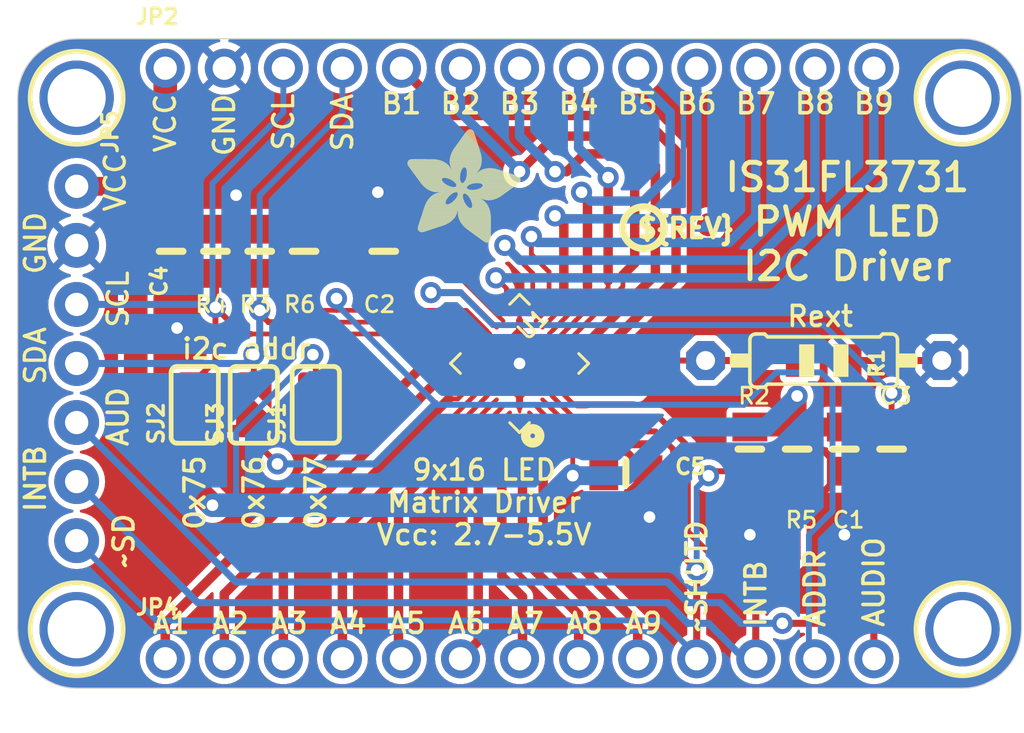
<source format=kicad_pcb>
(kicad_pcb (version 20221018) (generator pcbnew)
  (layers (0 "F.Cu" signal) (31 "B.Cu" signal) (34 "B.Paste" user) (35 "F.Paste" user) (36 "B.SilkS" user "B.Silkscreen") (37 "F.SilkS" user "F.Silkscreen") (38 "B.Mask" user) (39 "F.Mask" user) (44 "Edge.Cuts" user))
  (net 0 "")
  (net 1 "VCC")
  (net 2 "GND")
  (net 3 "N$1")
  (net 4 "N$2")
  (net 5 "N$3")
  (net 6 "AUDIOIN")
  (net 7 "SHUTDOWN")
  (net 8 "SDA")
  (net 9 "SCL")
  (net 10 "INTB")
  (net 11 "ADDR")
  (net 12 "CA9")
  (net 13 "CA8")
  (net 14 "CA7")
  (net 15 "CA6")
  (net 16 "CA5")
  (net 17 "CA4")
  (net 18 "CA3")
  (net 19 "CA2")
  (net 20 "CA1")
  (net 21 "CB9")
  (net 22 "CB8")
  (net 23 "CB7")
  (net 24 "CB6")
  (net 25 "CB5")
  (net 26 "CB4")
  (net 27 "CB3")
  (net 28 "CB2")
  (net 29 "CB1")
  (footprint "working:0805-NO" (layer "F.Cu") (at 142.6591 100.1776 90)
    (fp_text reference "C2")
    (fp_text value "0.1uF")
  )
  (footprint "working:MOUNTINGHOLE_2.5_PLATED" (layer "F.Cu") (at 167.5511 93.5736 180)
    (fp_text reference "U$6" hide)
    (fp_text value "MOUNTINGHOLE2.5" hide)
  )
  (footprint "working:ADAFRUIT_5MM" (layer "F.Cu") (at 143.6751 99.7966)
    (fp_text reference "U$10" hide)
    (fp_text value "" hide)
  )
  (footprint "working:0805-NO" (layer "F.Cu") (at 160.4391 108.6866 90)
    (fp_text reference "R5")
    (fp_text value "20K")
  )
  (footprint "working:0805-NO" (layer "F.Cu") (at 135.4201 100.1776 90)
    (fp_text reference "R4")
    (fp_text value "20K")
  )
  (footprint "working:0805-NO" (layer "F.Cu") (at 137.3251 100.1776 90)
    (fp_text reference "R3")
    (fp_text value "20K")
  )
  (footprint "working:0805-NO" (layer "F.Cu") (at 153.0731 109.7026)
    (fp_text reference "C5")
    (fp_text value "0.1uF")
  )
  (footprint "working:MOUNTINGHOLE_2.5_PLATED" (layer "F.Cu") (at 129.4511 116.4336 180)
    (fp_text reference "U$3" hide)
    (fp_text value "MOUNTINGHOLE2.5" hide)
  )
  (footprint "working:SOLDERJUMPER_ARROW_NOPASTE" (layer "F.Cu") (at 139.7381 106.7816 90)
    (fp_text reference "SJ1")
    (fp_text value "")
  )
  (footprint "working:0805-THM" (layer "F.Cu") (at 161.5821 104.8766 180)
    (fp_text reference "R1")
    (fp_text value "20K")
  )
  (footprint "working:PCBFEAT-REV-040" (layer "F.Cu") (at 153.8351 99.1616)
    (fp_text reference "U$11" hide)
    (fp_text value "" hide)
  )
  (footprint "working:FIDUCIAL_1MM" (layer "F.Cu") (at 141.8971 105.6386 180)
    (fp_text reference "FID2" hide)
    (fp_text value "FIDUCIAL\"\"" hide)
  )
  (footprint "working:0805-NO" (layer "F.Cu") (at 133.5151 100.1776 -90)
    (fp_text reference "C4")
    (fp_text value "10uF")
  )
  (footprint "working:1X13_ROUND_70" (layer "F.Cu") (at 148.5011 92.3036)
    (fp_text reference "JP2")
    (fp_text value "")
  )
  (footprint "working:0805-NO" (layer "F.Cu") (at 158.4071 108.6866 -90)
    (fp_text reference "R2")
    (fp_text value "20K")
  )
  (footprint "working:SOLDERJUMPER_ARROW_NOPASTE" (layer "F.Cu") (at 134.5311 106.7816 90)
    (fp_text reference "SJ2")
    (fp_text value "")
  )
  (footprint "working:SOLDERJUMPER_ARROW_NOPASTE" (layer "F.Cu") (at 137.0711 106.7816 90)
    (fp_text reference "SJ3")
    (fp_text value "")
  )
  (footprint "working:MOUNTINGHOLE_2.5_PLATED" (layer "F.Cu") (at 167.5511 116.4336 180)
    (fp_text reference "U$4" hide)
    (fp_text value "MOUNTINGHOLE2.5" hide)
  )
  (footprint "working:0805-NO" (layer "F.Cu") (at 139.2301 100.1776 -90)
    (fp_text reference "R6")
    (fp_text value "20K")
  )
  (footprint "working:0805-NO" (layer "F.Cu") (at 162.4711 108.6866 -90)
    (fp_text reference "C1")
    (fp_text value "10uF")
  )
  (footprint "working:FIDUCIAL_1MM" (layer "F.Cu") (at 156.6291 99.0346 180)
    (fp_text reference "FID1" hide)
    (fp_text value "FIDUCIAL\"\"" hide)
  )
  (footprint "working:0805-NO" (layer "F.Cu") (at 164.5031 108.6866 -90)
    (fp_text reference "C3")
    (fp_text value "0.22uF")
  )
  (footprint "working:QFN28_4MM_0.4MM" (layer "F.Cu") (at 148.5011 105.0036 135)
    (fp_text reference "U1")
    (fp_text value "IS31FL3731-SALS2")
  )
  (footprint "working:1X07_ROUND_76" (layer "F.Cu") (at 129.4511 105.0036 -90)
    (fp_text reference "JP5")
    (fp_text value "")
  )
  (footprint "working:MOUNTINGHOLE_2.5_PLATED" (layer "F.Cu") (at 129.4511 93.5736 180)
    (fp_text reference "U$5" hide)
    (fp_text value "MOUNTINGHOLE2.5" hide)
  )
  (footprint "working:1X13_ROUND_70" (layer "F.Cu") (at 148.5011 117.7036)
    (fp_text reference "JP4")
    (fp_text value "")
  )
  (gr_arc (start 126.9111 93.5736) (mid 127.655049 91.777549) (end 129.4511 91.0336) (stroke (width 0.05)) (layer "Edge.Cuts"))
  (gr_arc (start 167.5511 91.0336) (mid 169.347151 91.777549) (end 170.0911 93.5736) (stroke (width 0.05)) (layer "Edge.Cuts"))
  (gr_line (start 126.9111 116.4336) (end 126.9111 93.5736) (stroke (width 0.05)) (layer "Edge.Cuts"))
  (gr_arc (start 170.0911 116.4336) (mid 169.347151 118.229651) (end 167.5511 118.9736) (stroke (width 0.05)) (layer "Edge.Cuts"))
  (gr_line (start 129.4511 91.0336) (end 167.5511 91.0336) (stroke (width 0.05)) (layer "Edge.Cuts"))
  (gr_line (start 170.0911 93.5736) (end 170.0911 116.4336) (stroke (width 0.05)) (layer "Edge.Cuts"))
  (gr_arc (start 129.4511 118.9736) (mid 127.655049 118.229651) (end 126.9111 116.4336) (stroke (width 0.05)) (layer "Edge.Cuts"))
  (gr_line (start 167.5511 118.9736) (end 129.4511 118.9736) (stroke (width 0.05)) (layer "Edge.Cuts"))
  (gr_text "A4" (at 141.1351 116.1796) (layer "F.SilkS") (effects (font (size 0.8636 0.8636) (thickness 0.1524))))
  (gr_text "B6" (at 156.1211 93.8276) (layer "F.SilkS") (effects (font (size 0.8636 0.8636) (thickness 0.1524))))
  (gr_text "AUD" (at 131.2291 107.2896 90) (layer "F.SilkS") (effects (font (size 0.8636 0.8636) (thickness 0.1524))))
  (gr_text "SDA" (at 127.1651 103.3526 90) (layer "F.SilkS") (effects (font (size 0.87376 0.87376) (thickness 0.14224)) (justify right top)))
  (gr_text "0x75" (at 135.0391 112.2426 90) (layer "F.SilkS") (effects (font (size 0.8636 0.8636) (thickness 0.1524)) (justify left bottom)))
  (gr_text "~SD" (at 131.4831 112.6236 90) (layer "F.SilkS") (effects (font (size 0.8636 0.8636) (thickness 0.1524))))
  (gr_text "INTB" (at 158.6611 114.9096 90) (layer "F.SilkS") (effects (font (size 0.8636 0.8636) (thickness 0.1524))))
  (gr_text "SCL" (at 130.7211 100.9396 90) (layer "F.SilkS") (effects (font (size 0.87376 0.87376) (thickness 0.14224)) (justify right top)))
  (gr_text "GND" (at 135.2931 93.3196 90) (layer "F.SilkS") (effects (font (size 0.87376 0.87376) (thickness 0.14224)) (justify right top)))
  (gr_text "VCC" (at 132.7531 93.3196 90) (layer "F.SilkS") (effects (font (size 0.87376 0.87376) (thickness 0.14224)) (justify right top)))
  (gr_text "SCL" (at 137.8331 93.3196 90) (layer "F.SilkS") (effects (font (size 0.87376 0.87376) (thickness 0.14224)) (justify right top)))
  (gr_text "B4" (at 151.0411 93.8276) (layer "F.SilkS") (effects (font (size 0.8636 0.8636) (thickness 0.1524))))
  (gr_text "i2c addr" (at 133.8961 104.8766) (layer "F.SilkS") (effects (font (size 0.8636 0.8636) (thickness 0.1524)) (justify left bottom)))
  (gr_text "A7" (at 148.7551 116.1796) (layer "F.SilkS") (effects (font (size 0.8636 0.8636) (thickness 0.1524))))
  (gr_text "~SHUTD" (at 156.1211 114.1476 90) (layer "F.SilkS") (effects (font (size 0.8636 0.8636) (thickness 0.1524))))
  (gr_text "B2" (at 145.9611 93.8276) (layer "F.SilkS") (effects (font (size 0.8636 0.8636) (thickness 0.1524))))
  (gr_text "IS31FL3731\nPWM LED\nI2C Driver" (at 162.5981 98.9076) (layer "F.SilkS") (effects (font (size 1.18745 1.18745) (thickness 0.20955))))
  (gr_text "AUDIO" (at 163.7411 114.4016 90) (layer "F.SilkS") (effects (font (size 0.8636 0.8636) (thickness 0.1524))))
  (gr_text "B3" (at 148.5011 93.8276) (layer "F.SilkS") (effects (font (size 0.8636 0.8636) (thickness 0.1524))))
  (gr_text "9x16 LED\nMatrix Driver\nVcc: 2.7-5.5V" (at 146.9771 110.9726) (layer "F.SilkS") (effects (font (size 0.8636 0.8636) (thickness 0.1524))))
  (gr_text "GND" (at 127.1651 98.3996 90) (layer "F.SilkS") (effects (font (size 0.87376 0.87376) (thickness 0.14224)) (justify right top)))
  (gr_text "A9" (at 153.8351 116.1796) (layer "F.SilkS") (effects (font (size 0.8636 0.8636) (thickness 0.1524))))
  (gr_text "A1" (at 133.5151 116.1796) (layer "F.SilkS") (effects (font (size 0.8636 0.8636) (thickness 0.1524))))
  (gr_text "B1" (at 143.4211 93.8276) (layer "F.SilkS") (effects (font (size 0.8636 0.8636) (thickness 0.1524))))
  (gr_text "B5" (at 153.5811 93.8276) (layer "F.SilkS") (effects (font (size 0.8636 0.8636) (thickness 0.1524))))
  (gr_text "Rext" (at 159.9311 103.4796) (layer "F.SilkS") (effects (font (size 0.8636 0.8636) (thickness 0.1524)) (justify left bottom)))
  (gr_text "A5" (at 143.6751 116.1796) (layer "F.SilkS") (effects (font (size 0.8636 0.8636) (thickness 0.1524))))
  (gr_text "INTB" (at 127.6731 109.9566 90) (layer "F.SilkS") (effects (font (size 0.8636 0.8636) (thickness 0.1524))))
  (gr_text "A3" (at 138.5951 116.1796) (layer "F.SilkS") (effects (font (size 0.8636 0.8636) (thickness 0.1524))))
  (gr_text "A6" (at 146.2151 116.1796) (layer "F.SilkS") (effects (font (size 0.8636 0.8636) (thickness 0.1524))))
  (gr_text "ADDR" (at 161.2011 114.6556 90) (layer "F.SilkS") (effects (font (size 0.8636 0.8636) (thickness 0.1524))))
  (gr_text "0x76" (at 137.5791 112.2426 90) (layer "F.SilkS") (effects (font (size 0.8636 0.8636) (thickness 0.1524)) (justify left bottom)))
  (gr_text "VCC" (at 130.5941 95.8596 90) (layer "F.SilkS") (effects (font (size 0.87376 0.87376) (thickness 0.14224)) (justify right top)))
  (gr_text "B7" (at 158.6611 93.8276) (layer "F.SilkS") (effects (font (size 0.8636 0.8636) (thickness 0.1524))))
  (gr_text "SDA" (at 140.3731 93.3196 90) (layer "F.SilkS") (effects (font (size 0.87376 0.87376) (thickness 0.14224)) (justify right top)))
  (gr_text "A2" (at 136.0551 116.1796) (layer "F.SilkS") (effects (font (size 0.8636 0.8636) (thickness 0.1524))))
  (gr_text "0x77" (at 140.2461 112.2426 90) (layer "F.SilkS") (effects (font (size 0.8636 0.8636) (thickness 0.1524)) (justify left bottom)))
  (gr_text "B8" (at 161.2011 93.8276) (layer "F.SilkS") (effects (font (size 0.8636 0.8636) (thickness 0.1524))))
  (gr_text "B9" (at 163.7411 93.8276) (layer "F.SilkS") (effects (font (size 0.8636 0.8636) (thickness 0.1524))))
  (gr_text "A8" (at 151.2951 116.1796) (layer "F.SilkS") (effects (font (size 0.8636 0.8636) (thickness 0.1524))))
  (segment (start 151.9961 109.8296) (end 150.7871 109.8296) (width 0.4064) (layer "F.Cu") (net 1))
  (segment (start 131.9911 97.5106) (end 131.9911 97.3836) (width 1.016) (layer "F.Cu") (net 1))
  (segment (start 131.9911 107.7976) (end 131.9911 105.5116) (width 1.016) (layer "F.Cu") (net 1))
  (segment (start 132.2451 105.7656) (end 131.9911 105.5116) (width 0.3048) (layer "F.Cu") (net 1))
  (segment (start 133.5151 99.2276) (end 131.9911 99.2276) (width 1.016) (layer "F.Cu") (net 1))
  (segment (start 135.4201 99.2276) (end 137.3251 99.2276) (width 0.4064) (layer "F.Cu") (net 1))
  (segment (start 149.349628 106.9835) (end 150.7871 108.420972) (width 0.2032) (layer "F.Cu") (net 1))
  (segment (start 160.4391 106.4006) (end 160.4391 107.7366) (width 0.8128) (layer "F.Cu") (net 1))
  (segment (start 129.4511 97.3836) (end 131.8641 97.3836) (width 0.8128) (layer "F.Cu") (net 1))
  (segment (start 160.4391 107.7366) (end 158.4071 107.7366) (width 0.8128) (layer "F.Cu") (net 1))
  (segment (start 131.8641 97.3836) (end 131.9911 97.5106) (width 0.8128) (layer "F.Cu") (net 1))
  (segment (start 152.1231 109.7026) (end 151.9961 109.8296) (width 0.254) (layer "F.Cu") (net 1))
  (segment (start 133.2611 96.1136) (end 133.2611 92.3036) (width 1.016) (layer "F.Cu") (net 1))
  (segment (start 131.9911 99.2276) (end 131.9911 97.5106) (width 1.016) (layer "F.Cu") (net 1))
  (segment (start 150.7871 108.420972) (end 150.7871 109.8296) (width 0.2032) (layer "F.Cu") (net 1))
  (segment (start 162.4711 107.7366) (end 160.4391 107.7366) (width 0.8128) (layer "F.Cu") (net 1))
  (segment (start 132.2476 97.1931) (end 132.1816 97.1931) (width 0.8128) (layer "F.Cu") (net 1))
  (segment (start 135.4201 99.2276) (end 133.5151 99.2276) (width 1.016) (layer "F.Cu") (net 1))
  (segment (start 131.9911 97.3836) (end 132.1816 97.1931) (width 1.016) (layer "F.Cu") (net 1))
  (segment (start 139.7381 104.7496) (end 139.6111 104.6226) (width 0.254) (layer "F.Cu") (net 1))
  (segment (start 131.9911 105.5116) (end 131.9911 99.2276) (width 1.016) (layer "F.Cu") (net 1))
  (segment (start 139.7381 105.7656) (end 139.7381 104.7496) (width 0.254) (layer "F.Cu") (net 1))
  (segment (start 131.9911 107.7976) (end 135.2931 111.0996) (width 1.016) (layer "F.Cu") (net 1))
  (segment (start 132.1816 97.1931) (end 133.2611 96.1136) (width 1.016) (layer "F.Cu") (net 1))
  (via (at 150.7871 109.8296) (size 0.9064) (drill 0.5) (layers "F.Cu" "B.Cu") (net 1))
  (via (at 160.4391 106.4006) (size 0.9064) (drill 0.5) (layers "F.Cu" "B.Cu") (net 1))
  (via (at 139.6111 104.6226) (size 0.9064) (drill 0.5) (layers "F.Cu" "B.Cu") (net 1))
  (via (at 135.2931 111.0996) (size 0.9064) (drill 0.5) (layers "F.Cu" "B.Cu") (net 1))
  (segment (start 149.5171 111.0996) (end 150.7871 109.8296) (width 1.016) (layer "B.Cu") (net 1))
  (segment (start 155.1661 107.7366) (end 159.1031 107.7366) (width 0.8128) (layer "B.Cu") (net 1))
  (segment (start 136.3091 107.9246) (end 136.3091 111.0996) (width 0.254) (layer "B.Cu") (net 1))
  (segment (start 135.2931 111.0996) (end 136.3091 111.0996) (width 1.016) (layer "B.Cu") (net 1))
  (segment (start 150.7871 109.8296) (end 153.0731 109.8296) (width 0.8128) (layer "B.Cu") (net 1))
  (segment (start 159.1031 107.7366) (end 160.4391 106.4006) (width 0.8128) (layer "B.Cu") (net 1))
  (segment (start 136.3091 111.0996) (end 149.5171 111.0996) (width 1.016) (layer "B.Cu") (net 1))
  (segment (start 153.0731 109.8296) (end 155.1661 107.7366) (width 0.8128) (layer "B.Cu") (net 1))
  (segment (start 139.6111 104.6226) (end 136.3091 107.9246) (width 0.254) (layer "B.Cu") (net 1))
  (segment (start 150.844784 106.7816) (end 151.0411 106.7816) (width 0.2032) (layer "F.Cu") (net 2))
  (segment (start 149.066784 105.0036) (end 148.5011 105.0036) (width 0.2032) (layer "F.Cu") (net 2))
  (segment (start 150.198156 106.134972) (end 149.066784 105.0036) (width 0.2032) (layer "F.Cu") (net 2))
  (segment (start 150.198156 106.134972) (end 150.844784 106.7816) (width 0.2032) (layer "F.Cu") (net 2))
  (via (at 162.4711 112.3696) (size 0.9064) (drill 0.5) (layers "F.Cu" "B.Cu") (net 2))
  (via (at 142.4051 97.6376) (size 0.9064) (drill 0.5) (layers "F.Cu" "B.Cu") (net 2))
  (via (at 154.0891 111.6076) (size 0.9064) (drill 0.5) (layers "F.Cu" "B.Cu") (net 2))
  (via (at 148.5011 105.0036) (size 0.9064) (drill 0.5) (layers "F.Cu" "B.Cu") (net 2))
  (via (at 136.3091 97.7646) (size 0.9064) (drill 0.5) (layers "F.Cu" "B.Cu") (net 2))
  (via (at 158.4071 112.3696) (size 0.9064) (drill 0.5) (layers "F.Cu" "B.Cu") (net 2))
  (via (at 133.7691 103.4796) (size 0.9064) (drill 0.5) (layers "F.Cu" "B.Cu") (net 2))
  (segment (start 145.756465 101.1276) (end 142.6591 101.1276) (width 0.2032) (layer "F.Cu") (net 3))
  (segment (start 147.652568 103.023704) (end 145.756465 101.1276) (width 0.2032) (layer "F.Cu") (net 3))
  (segment (start 150.480996 105.852132) (end 150.902465 106.2736) (width 0.2032) (layer "F.Cu") (net 4))
  (segment (start 153.5811 106.2736) (end 150.902465 106.2736) (width 0.2032) (layer "F.Cu") (net 4))
  (segment (start 154.9781 104.8766) (end 153.5811 106.2736) (width 0.254) (layer "F.Cu") (net 4))
  (segment (start 154.9781 104.8766) (end 156.5021 104.8766) (width 0.254) (layer "F.Cu") (net 4))
  (segment (start 144.6911 101.9556) (end 146.018784 101.9556) (width 0.2032) (layer "F.Cu") (net 5))
  (segment (start 146.018784 101.9556) (end 147.369728 103.306544) (width 0.2032) (layer "F.Cu") (net 5))
  (segment (start 164.5031 106.2736) (end 164.5031 107.7366) (width 0.254) (layer "F.Cu") (net 5))
  (via (at 164.5031 106.2736) (size 0.9064) (drill 0.5) (layers "F.Cu" "B.Cu") (net 5))
  (via (at 144.6911 101.9556) (size 0.9064) (drill 0.5) (layers "F.Cu" "B.Cu") (net 5))
  (segment (start 145.9611 101.9556) (end 144.6911 101.9556) (width 0.3048) (layer "B.Cu") (net 5))
  (segment (start 145.9611 101.9556) (end 147.3581 103.3526) (width 0.254) (layer "B.Cu") (net 5))
  (segment (start 147.3581 103.3526) (end 161.5821 103.3526) (width 0.254) (layer "B.Cu") (net 5))
  (segment (start 161.5821 103.3526) (end 164.5031 106.2736) (width 0.254) (layer "B.Cu") (net 5))
  (segment (start 159.8041 116.1796) (end 163.7411 116.1796) (width 0.3048) (layer "F.Cu") (net 6))
  (segment (start 164.5031 115.4176) (end 164.5031 109.6366) (width 0.3048) (layer "F.Cu") (net 6))
  (segment (start 163.7411 116.1796) (end 163.7411 117.7036) (width 0.3048) (layer "F.Cu") (net 6))
  (segment (start 163.7411 116.1796) (end 164.5031 115.4176) (width 0.3048) (layer "F.Cu") (net 6))
  (via (at 159.8041 116.1796) (size 0.9064) (drill 0.5) (layers "F.Cu" "B.Cu") (net 6))
  (segment (start 136.3091 114.4016) (end 154.8511 114.4016) (width 0.3048) (layer "B.Cu") (net 6))
  (segment (start 157.1371 115.2906) (end 158.0261 116.1796) (width 0.3048) (layer "B.Cu") (net 6))
  (segment (start 155.7401 115.2906) (end 157.1371 115.2906) (width 0.3048) (layer "B.Cu") (net 6))
  (segment (start 158.0261 116.1796) (end 159.8041 116.1796) (width 0.3048) (layer "B.Cu") (net 6))
  (segment (start 129.4511 107.5436) (end 136.3091 114.4016) (width 0.3048) (layer "B.Cu") (net 6))
  (segment (start 154.8511 114.4016) (end 155.7401 115.2906) (width 0.3048) (layer "B.Cu") (net 6))
  (segment (start 158.4071 109.6366) (end 156.8221 109.6366) (width 0.254) (layer "F.Cu") (net 7))
  (segment (start 149.632468 106.70066) (end 150.856409 107.9246) (width 0.2032) (layer "F.Cu") (net 7))
  (segment (start 154.3431 107.9246) (end 155.1051 108.6866) (width 0.254) (layer "F.Cu") (net 7))
  (segment (start 156.1211 117.7036) (end 156.1211 113.8936) (width 0.3048) (layer "F.Cu") (net 7))
  (segment (start 156.8221 109.6366) (end 156.6291 109.8296) (width 0.254) (layer "F.Cu") (net 7))
  (segment (start 151.6761 107.9246) (end 154.3431 107.9246) (width 0.254) (layer "F.Cu") (net 7))
  (segment (start 150.856409 107.9246) (end 151.6761 107.9246) (width 0.2032) (layer "F.Cu") (net 7))
  (segment (start 155.1051 112.8776) (end 156.1211 113.8936) (width 0.254) (layer "F.Cu") (net 7))
  (segment (start 155.1051 108.6866) (end 155.1051 112.8776) (width 0.254) (layer "F.Cu") (net 7))
  (via (at 156.1211 113.8936) (size 0.9064) (drill 0.5) (layers "F.Cu" "B.Cu") (net 7))
  (via (at 156.6291 109.8296) (size 0.9064) (drill 0.5) (layers "F.Cu" "B.Cu") (net 7))
  (segment (start 156.1211 117.5766) (end 156.1211 117.7036) (width 0.254) (layer "B.Cu") (net 7))
  (segment (start 154.5971 116.0526) (end 156.1211 117.5766) (width 0.254) (layer "B.Cu") (net 7))
  (segment (start 132.8801 116.0526) (end 154.5971 116.0526) (width 0.254) (layer "B.Cu") (net 7))
  (segment (start 156.1211 110.3376) (end 156.1211 113.8936) (width 0.254) (layer "B.Cu") (net 7))
  (segment (start 129.4511 112.6236) (end 132.8801 116.0526) (width 0.254) (layer "B.Cu") (net 7))
  (segment (start 156.6291 109.8296) (end 156.1211 110.3376) (width 0.254) (layer "B.Cu") (net 7))
  (segment (start 137.3251 101.1276) (end 137.3251 102.7176) (width 0.254) (layer "F.Cu") (net 8))
  (segment (start 137.3251 102.8446) (end 137.3251 102.7176) (width 0.254) (layer "F.Cu") (net 8))
  (segment (start 137.7061 103.2256) (end 137.3251 102.8446) (width 0.254) (layer "F.Cu") (net 8))
  (segment (start 137.0711 105.7656) (end 137.0711 104.6226) (width 0.254) (layer "F.Cu") (net 8))
  (segment (start 138.3411 103.2256) (end 137.7061 103.2256) (width 0.254) (layer "F.Cu") (net 8))
  (segment (start 146.80404 103.872232) (end 146.157409 103.2256) (width 0.2032) (layer "F.Cu") (net 8))
  (segment (start 146.157409 103.2256) (end 138.3411 103.2256) (width 0.2032) (layer "F.Cu") (net 8))
  (via (at 137.0711 104.6226) (size 0.9064) (drill 0.5) (layers "F.Cu" "B.Cu") (net 8))
  (via (at 137.3251 102.7176) (size 0.9064) (drill 0.5) (layers "F.Cu" "B.Cu") (net 8))
  (segment (start 129.4511 105.0036) (end 136.6901 105.0036) (width 0.3048) (layer "B.Cu") (net 8))
  (segment (start 137.3251 97.7646) (end 137.3251 102.7176) (width 0.254) (layer "B.Cu") (net 8))
  (segment (start 140.8811 94.2086) (end 137.3251 97.7646) (width 0.254) (layer "B.Cu") (net 8))
  (segment (start 137.3251 104.3686) (end 137.3251 102.7176) (width 0.3048) (layer "B.Cu") (net 8))
  (segment (start 136.6901 105.0036) (end 137.0711 104.6226) (width 0.3048) (layer "B.Cu") (net 8))
  (segment (start 137.0711 104.6226) (end 137.3251 104.3686) (width 0.3048) (layer "B.Cu") (net 8))
  (segment (start 140.8811 92.3036) (end 140.8811 94.2086) (width 0.254) (layer "B.Cu") (net 8))
  (segment (start 135.4201 104.8766) (end 135.4201 102.5906) (width 0.254) (layer "F.Cu") (net 9))
  (segment (start 136.9441 103.7336) (end 136.8171 103.7336) (width 0.254) (layer "F.Cu") (net 9))
  (segment (start 136.8171 103.7336) (end 136.5631 103.7336) (width 0.254) (layer "F.Cu") (net 9))
  (segment (start 146.5212 104.155072) (end 146.099728 103.7336) (width 0.2032) (layer "F.Cu") (net 9))
  (segment (start 134.5311 105.7656) (end 135.4201 104.8766) (width 0.254) (layer "F.Cu") (net 9))
  (segment (start 146.099728 103.7336) (end 136.8171 103.7336) (width 0.2032) (layer "F.Cu") (net 9))
  (segment (start 135.4201 102.5906) (end 135.4201 101.1276) (width 0.3048) (layer "F.Cu") (net 9))
  (segment (start 136.5631 103.7336) (end 135.4201 102.5906) (width 0.254) (layer "F.Cu") (net 9))
  (via (at 135.4201 102.5906) (size 0.9064) (drill 0.5) (layers "F.Cu" "B.Cu") (net 9))
  (segment (start 129.4511 102.4636) (end 134.9121 102.4636) (width 0.3048) (layer "B.Cu") (net 9))
  (segment (start 138.3411 92.3036) (end 138.3411 94.2086) (width 0.254) (layer "B.Cu") (net 9))
  (segment (start 135.2931 97.2566) (end 135.2931 102.4636) (width 0.254) (layer "B.Cu") (net 9))
  (segment (start 135.2931 102.4636) (end 135.4201 102.5906) (width 0.254) (layer "B.Cu") (net 9))
  (segment (start 134.9121 102.4636) (end 135.2931 102.4636) (width 0.254) (layer "B.Cu") (net 9))
  (segment (start 138.3411 94.2086) (end 135.2931 97.2566) (width 0.254) (layer "B.Cu") (net 9))
  (segment (start 149.915312 106.417816) (end 150.787096 107.2896) (width 0.2032) (layer "F.Cu") (net 10))
  (segment (start 160.4391 113.385604) (end 158.6611 115.163604) (width 0.3048) (layer "F.Cu") (net 10))
  (segment (start 151.5491 107.2896) (end 154.4701 107.2896) (width 0.254) (layer "F.Cu") (net 10))
  (segment (start 155.7401 112.242604) (end 158.6611 115.163604) (width 0.254) (layer "F.Cu") (net 10))
  (segment (start 158.6611 115.163604) (end 158.6611 117.7036) (width 0.3048) (layer "F.Cu") (net 10))
  (segment (start 155.7401 108.5596) (end 155.7401 112.242604) (width 0.254) (layer "F.Cu") (net 10))
  (segment (start 154.4701 107.2896) (end 155.7401 108.5596) (width 0.254) (layer "F.Cu") (net 10))
  (segment (start 160.4391 109.6366) (end 160.4391 113.385604) (width 0.3048) (layer "F.Cu") (net 10))
  (segment (start 150.787096 107.2896) (end 151.5491 107.2896) (width 0.2032) (layer "F.Cu") (net 10))
  (segment (start 158.1531 117.7036) (end 158.6611 117.7036) (width 0.3048) (layer "B.Cu") (net 10))
  (segment (start 155.7401 116.1796) (end 156.6291 116.1796) (width 0.3048) (layer "B.Cu") (net 10))
  (segment (start 156.6291 116.1796) (end 158.1531 117.7036) (width 0.3048) (layer "B.Cu") (net 10))
  (segment (start 134.6581 115.2906) (end 154.8511 115.2906) (width 0.3048) (layer "B.Cu") (net 10))
  (segment (start 158.0261 117.7036) (end 158.1531 117.7036) (width 0.3048) (layer "B.Cu") (net 10))
  (segment (start 154.8511 115.2906) (end 155.7401 116.1796) (width 0.3048) (layer "B.Cu") (net 10))
  (segment (start 129.4511 110.0836) (end 134.6581 115.2906) (width 0.3048) (layer "B.Cu") (net 10))
  (segment (start 146.215096 102.7176) (end 140.6271 102.7176) (width 0.2032) (layer "F.Cu") (net 11))
  (segment (start 139.7381 107.7976) (end 137.0711 107.7976) (width 0.3048) (layer "F.Cu") (net 11))
  (segment (start 139.2301 101.9556) (end 139.2301 101.1276) (width 0.2032) (layer "F.Cu") (net 11))
  (segment (start 137.0711 107.7976) (end 137.0711 108.3056) (width 0.254) (layer "F.Cu") (net 11))
  (segment (start 139.9921 102.7176) (end 139.2301 101.9556) (width 0.2032) (layer "F.Cu") (net 11))
  (segment (start 137.0711 108.3056) (end 138.0871 109.3216) (width 0.254) (layer "F.Cu") (net 11))
  (segment (start 147.086884 103.589388) (end 146.215096 102.7176) (width 0.2032) (layer "F.Cu") (net 11))
  (segment (start 140.6271 102.7176) (end 140.6271 102.2096) (width 0.2032) (layer "F.Cu") (net 11))
  (segment (start 134.5311 107.7976) (end 137.0711 107.7976) (width 0.3048) (layer "F.Cu") (net 11))
  (segment (start 140.6271 102.7176) (end 139.9921 102.7176) (width 0.2032) (layer "F.Cu") (net 11))
  (via (at 140.6271 102.2096) (size 0.9064) (drill 0.5) (layers "F.Cu" "B.Cu") (net 11))
  (via (at 138.0871 109.3216) (size 0.9064) (drill 0.5) (layers "F.Cu" "B.Cu") (net 11))
  (segment (start 161.4551 105.3846) (end 161.9631 105.8926) (width 0.254) (layer "B.Cu") (net 11))
  (segment (start 140.6271 102.2096) (end 140.6271 102.4636) (width 0.254) (layer "B.Cu") (net 11))
  (segment (start 160.9471 117.4496) (end 161.2011 117.7036) (width 0.254) (layer "B.Cu") (net 11))
  (segment (start 161.9631 105.8926) (end 161.9631 111.3536) (width 0.254) (layer "B.Cu") (net 11))
  (segment (start 144.8816 106.7181) (end 144.9451 106.7816) (width 0.254) (layer "B.Cu") (net 11))
  (segment (start 158.1531 106.7816) (end 159.5501 105.3846) (width 0.254) (layer "B.Cu") (net 11))
  (segment (start 138.0871 109.3216) (end 142.2781 109.3216) (width 0.3048) (layer "B.Cu") (net 11))
  (segment (start 144.9451 106.7816) (end 158.1531 106.7816) (width 0.254) (layer "B.Cu") (net 11))
  (segment (start 140.6271 102.4636) (end 144.8816 106.7181) (width 0.254) (layer "B.Cu") (net 11))
  (segment (start 160.9471 112.3696) (end 160.9471 117.4496) (width 0.254) (layer "B.Cu") (net 11))
  (segment (start 142.2781 109.3216) (end 144.8816 106.7181) (width 0.3048) (layer "B.Cu") (net 11))
  (segment (start 159.5501 105.3846) (end 161.4551 105.3846) (width 0.254) (layer "B.Cu") (net 11))
  (segment (start 161.9631 111.3536) (end 160.9471 112.3696) (width 0.254) (layer "B.Cu") (net 11))
  (segment (start 149.5171 108.4326) (end 149.5171 112.1156) (width 0.4064) (layer "F.Cu") (net 12))
  (segment (start 149.5171 112.1156) (end 153.5811 116.1796) (width 0.4064) (layer "F.Cu") (net 12))
  (segment (start 153.5811 116.1796) (end 153.5811 117.7036) (width 0.4064) (layer "F.Cu") (net 12))
  (segment (start 149.5171 107.71666) (end 149.5171 108.4326) (width 0.2032) (layer "F.Cu") (net 12))
  (segment (start 149.066784 107.266344) (end 149.5171 107.71666) (width 0.2032) (layer "F.Cu") (net 12))
  (segment (start 148.6281 107.7976) (end 148.6281 108.4326) (width 0.2032) (layer "F.Cu") (net 13))
  (segment (start 151.0411 115.7986) (end 151.0411 117.7036) (width 0.4064) (layer "F.Cu") (net 13))
  (segment (start 148.6281 113.3856) (end 151.0411 115.7986) (width 0.4064) (layer "F.Cu") (net 13))
  (segment (start 148.6281 108.4326) (end 148.6281 113.3856) (width 0.4064) (layer "F.Cu") (net 13))
  (segment (start 147.935412 107.266344) (end 148.096843 107.266344) (width 0.2032) (layer "F.Cu") (net 13))
  (segment (start 148.096843 107.266344) (end 148.6281 107.7976) (width 0.2032) (layer "F.Cu") (net 13))
  (segment (start 148.6281 115.0366) (end 148.6281 117.5766) (width 0.4064) (layer "F.Cu") (net 14))
  (segment (start 147.652568 106.9835) (end 147.1041 107.531969) (width 0.2032) (layer "F.Cu") (net 14))
  (segment (start 147.7391 108.5596) (end 147.7391 114.1476) (width 0.4064) (layer "F.Cu") (net 14))
  (segment (start 147.1041 107.531969) (end 147.1041 107.7976) (width 0.2032) (layer "F.Cu") (net 14))
  (segment (start 147.7391 108.4326) (end 147.7391 108.5596) (width 0.2032) (layer "F.Cu") (net 14))
  (segment (start 147.7391 114.1476) (end 148.6281 115.0366) (width 0.4064) (layer "F.Cu") (net 14))
  (segment (start 147.1041 107.7976) (end 147.7391 108.4326) (width 0.2032) (layer "F.Cu") (net 14))
  (segment (start 148.6281 117.5766) (end 148.5011 117.7036) (width 0.4064) (layer "F.Cu") (net 14))
  (segment (start 147.369728 106.70066) (end 146.7231 107.347288) (width 0.2032) (layer "F.Cu") (net 15))
  (segment (start 146.7231 107.347288) (end 146.7231 108.4326) (width 0.2032) (layer "F.Cu") (net 15))
  (segment (start 146.7231 116.9416) (end 145.9611 117.7036) (width 0.4064) (layer "F.Cu") (net 15))
  (segment (start 146.7231 108.4326) (end 146.7231 116.9416) (width 0.4064) (layer "F.Cu") (net 15))
  (segment (start 147.086884 106.417816) (end 146.0881 107.4166) (width 0.2032) (layer "F.Cu") (net 16))
  (segment (start 143.2941 117.5766) (end 143.4211 117.7036) (width 0.4064) (layer "F.Cu") (net 16))
  (segment (start 146.0881 108.1786) (end 143.2941 110.9726) (width 0.4064) (layer "F.Cu") (net 16))
  (segment (start 143.2941 110.9726) (end 143.2941 117.5766) (width 0.4064) (layer "F.Cu") (net 16))
  (segment (start 146.0881 107.4166) (end 146.0881 107.9246) (width 0.2032) (layer "F.Cu") (net 16))
  (segment (start 146.0881 107.9246) (end 146.0881 108.1786) (width 0.4064) (layer "F.Cu") (net 16))
  (segment (start 145.3261 107.612913) (end 145.3261 107.7976) (width 0.2032) (layer "F.Cu") (net 17))
  (segment (start 145.3261 107.7976) (end 140.8811 112.2426) (width 0.4064) (layer "F.Cu") (net 17))
  (segment (start 140.8811 112.2426) (end 140.8811 117.7036) (width 0.4064) (layer "F.Cu") (net 17))
  (segment (start 146.80404 106.134972) (end 145.3261 107.612913) (width 0.2032) (layer "F.Cu") (net 17))
  (segment (start 145.4531 106.5276) (end 138.3411 113.6396) (width 0.4064) (layer "F.Cu") (net 18))
  (segment (start 138.3411 113.6396) (end 138.3411 117.7036) (width 0.4064) (layer "F.Cu") (net 18))
  (segment (start 138.3411 114.032232) (end 138.3411 117.7036) (width 0.254) (layer "F.Cu") (net 18))
  (segment (start 145.845731 106.5276) (end 145.4531 106.5276) (width 0.2032) (layer "F.Cu") (net 18))
  (segment (start 146.5212 105.852132) (end 145.845731 106.5276) (width 0.2032) (layer "F.Cu") (net 18))
  (segment (start 146.238356 105.569288) (end 146.042043 105.7656) (width 0.2032) (layer "F.Cu") (net 19))
  (segment (start 144.9451 105.7656) (end 135.8011 114.9096) (width 0.4064) (layer "F.Cu") (net 19))
  (segment (start 146.042043 105.7656) (end 144.9451 105.7656) (width 0.2032) (layer "F.Cu") (net 19))
  (segment (start 135.8011 116.006544) (end 135.8011 117.7036) (width 0.254) (layer "F.Cu") (net 19))
  (segment (start 135.8011 114.9096) (end 135.8011 117.7036) (width 0.4064) (layer "F.Cu") (net 19))
  (segment (start 133.2611 117.415172) (end 133.2611 117.7036) (width 0.254) (layer "F.Cu") (net 20))
  (segment (start 146.04204 104.2416) (end 145.1991 104.2416) (width 0.2032) (layer "F.Cu") (net 20))
  (segment (start 133.2611 116.1796) (end 133.2611 117.7036) (width 0.4064) (layer "F.Cu") (net 20))
  (segment (start 145.1991 104.2416) (end 133.2611 116.1796) (width 0.4064) (layer "F.Cu") (net 20))
  (segment (start 146.238356 104.437916) (end 146.04204 104.2416) (width 0.2032) (layer "F.Cu") (net 20))
  (segment (start 147.935412 101.770913) (end 147.4851 101.3206) (width 0.2032) (layer "F.Cu") (net 21))
  (segment (start 147.935412 102.74086) (end 147.935412 101.770913) (width 0.2032) (layer "F.Cu") (net 21))
  (via (at 147.4851 101.3206) (size 0.9064) (drill 0.5) (layers "F.Cu" "B.Cu") (net 21))
  (segment (start 147.4851 101.3206) (end 159.1691 101.3206) (width 0.4064) (layer "B.Cu") (net 21))
  (segment (start 159.1691 101.3206) (end 163.7411 96.7486) (width 0.4064) (layer "B.Cu") (net 21))
  (segment (start 163.7411 96.7486) (end 163.7411 92.3036) (width 0.4064) (layer "B.Cu") (net 21))
  (segment (start 149.066784 101.124285) (end 147.8661 99.9236) (width 0.2032) (layer "F.Cu") (net 22))
  (segment (start 149.066784 102.74086) (end 149.066784 101.124285) (width 0.2032) (layer "F.Cu") (net 22))
  (via (at 147.8661 99.9236) (size 0.9064) (drill 0.5) (layers "F.Cu" "B.Cu") (net 22))
  (segment (start 147.8661 99.9236) (end 148.5011 100.5586) (width 0.4064) (layer "B.Cu") (net 22))
  (segment (start 148.5011 100.5586) (end 158.6611 100.5586) (width 0.4064) (layer "B.Cu") (net 22))
  (segment (start 161.2011 98.0186) (end 161.2011 92.3036) (width 0.4064) (layer "B.Cu") (net 22))
  (segment (start 158.6611 100.5586) (end 161.2011 98.0186) (width 0.4064) (layer "B.Cu") (net 22))
  (segment (start 149.0091 100.3046) (end 149.0091 99.5426) (width 0.2032) (layer "F.Cu") (net 23))
  (segment (start 149.7711 102.602232) (end 149.7711 101.0666) (width 0.2032) (layer "F.Cu") (net 23))
  (segment (start 149.7711 101.0666) (end 149.0091 100.3046) (width 0.2032) (layer "F.Cu") (net 23))
  (segment (start 149.349628 103.023704) (end 149.7711 102.602232) (width 0.2032) (layer "F.Cu") (net 23))
  (via (at 149.0091 99.5426) (size 0.9064) (drill 0.5) (layers "F.Cu" "B.Cu") (net 23))
  (segment (start 158.6611 98.6536) (end 158.6611 92.3036) (width 0.4064) (layer "B.Cu") (net 23))
  (segment (start 149.2631 99.7966) (end 157.5181 99.7966) (width 0.4064) (layer "B.Cu") (net 23))
  (segment (start 157.5181 99.7966) (end 158.6611 98.6536) (width 0.4064) (layer "B.Cu") (net 23))
  (segment (start 149.0091 99.5426) (end 149.2631 99.7966) (width 0.4064) (layer "B.Cu") (net 23))
  (segment (start 150.4061 99.0346) (end 150.0251 98.6536) (width 0.4064) (layer "F.Cu") (net 24))
  (segment (start 150.4061 102.0826) (end 150.4061 99.0346) (width 0.4064) (layer "F.Cu") (net 24))
  (segment (start 149.632468 103.306544) (end 150.4061 102.532913) (width 0.2032) (layer "F.Cu") (net 24))
  (segment (start 150.4061 102.532913) (end 150.4061 102.0826) (width 0.2032) (layer "F.Cu") (net 24))
  (via (at 150.0251 98.6536) (size 0.9064) (drill 0.5) (layers "F.Cu" "B.Cu") (net 24))
  (segment (start 156.1211 98.5266) (end 156.1211 92.3036) (width 0.4064) (layer "B.Cu") (net 24))
  (segment (start 150.0251 98.6536) (end 150.1521 98.7806) (width 0.4064) (layer "B.Cu") (net 24))
  (segment (start 150.1521 98.7806) (end 155.8671 98.7806) (width 0.4064) (layer "B.Cu") (net 24))
  (segment (start 155.8671 98.7806) (end 156.1211 98.5266) (width 0.4064) (layer "B.Cu") (net 24))
  (segment (start 151.4221 102.0826) (end 151.4221 101.7016) (width 0.2032) (layer "F.Cu") (net 25))
  (segment (start 149.915312 103.589388) (end 151.4221 102.0826) (width 0.2032) (layer "F.Cu") (net 25))
  (segment (start 151.4221 101.7016) (end 151.4221 97.8916) (width 0.4064) (layer "F.Cu") (net 25))
  (segment (start 151.4221 97.8916) (end 151.1681 97.6376) (width 0.4064) (layer "F.Cu") (net 25))
  (via (at 151.1681 97.6376) (size 0.9064) (drill 0.5) (layers "F.Cu" "B.Cu") (net 25))
  (segment (start 154.9781 96.8756) (end 154.9781 94.2086) (width 0.4064) (layer "B.Cu") (net 25))
  (segment (start 154.9781 94.2086) (end 153.5811 92.8116) (width 0.4064) (layer "B.Cu") (net 25))
  (segment (start 153.5811 92.8116) (end 153.5811 92.3036) (width 0.4064) (layer "B.Cu") (net 25))
  (segment (start 151.1681 97.6376) (end 151.5491 98.0186) (width 0.4064) (layer "B.Cu") (net 25))
  (segment (start 151.5491 98.0186) (end 153.8351 98.0186) (width 0.4064) (layer "B.Cu") (net 25))
  (segment (start 153.8351 98.0186) (end 154.9781 96.8756) (width 0.4064) (layer "B.Cu") (net 25))
  (segment (start 150.198156 103.872232) (end 152.3111 101.759288) (width 0.2032) (layer "F.Cu") (net 26))
  (segment (start 152.3111 101.4476) (end 152.3111 97.0026) (width 0.4064) (layer "F.Cu") (net 26))
  (segment (start 152.3111 101.759288) (end 152.3111 101.4476) (width 0.2032) (layer "F.Cu") (net 26))
  (via (at 152.3111 97.0026) (size 0.9064) (drill 0.5) (layers "F.Cu" "B.Cu") (net 26))
  (segment (start 152.3111 97.0026) (end 151.0411 95.7326) (width 0.4064) (layer "B.Cu") (net 26))
  (segment (start 151.0411 95.7326) (end 151.0411 92.3036) (width 0.4064) (layer "B.Cu") (net 26))
  (segment (start 151.2951 95.9866) (end 150.5331 96.7486) (width 0.4064) (layer "F.Cu") (net 27))
  (segment (start 153.4541 100.6856) (end 153.4541 96.7486) (width 0.4064) (layer "F.Cu") (net 27))
  (segment (start 150.5331 96.7486) (end 150.0251 96.7486) (width 0.4064) (layer "F.Cu") (net 27))
  (segment (start 150.480996 104.155072) (end 152.9461 101.689969) (width 0.2032) (layer "F.Cu") (net 27))
  (segment (start 153.4541 96.7486) (end 152.6921 95.9866) (width 0.4064) (layer "F.Cu") (net 27))
  (segment (start 152.9461 101.1936) (end 153.4541 100.6856) (width 0.4064) (layer "F.Cu") (net 27))
  (segment (start 152.9461 101.689969) (end 152.9461 101.1936) (width 0.2032) (layer "F.Cu") (net 27))
  (segment (start 152.6921 95.9866) (end 151.2951 95.9866) (width 0.4064) (layer "F.Cu") (net 27))
  (via (at 150.0251 96.7486) (size 0.9064) (drill 0.5) (layers "F.Cu" "B.Cu") (net 27))
  (segment (start 148.5011 95.2246) (end 148.5011 92.3036) (width 0.4064) (layer "B.Cu") (net 27))
  (segment (start 150.0251 96.7486) (end 148.5011 95.2246) (width 0.4064) (layer "B.Cu") (net 27))
  (segment (start 150.76384 104.437916) (end 151.341156 103.8606) (width 0.2032) (layer "F.Cu") (net 28))
  (segment (start 151.6761 103.8606) (end 154.3431 101.1936) (width 0.4064) (layer "F.Cu") (net 28))
  (segment (start 154.3431 101.1936) (end 154.3431 96.4946) (width 0.4064) (layer "F.Cu") (net 28))
  (segment (start 154.3431 96.4946) (end 153.0731 95.2246) (width 0.4064) (layer "F.Cu") (net 28))
  (segment (start 150.0251 95.2246) (end 148.5011 96.7486) (width 0.4064) (layer "F.Cu") (net 28))
  (segment (start 153.0731 95.2246) (end 150.0251 95.2246) (width 0.4064) (layer "F.Cu") (net 28))
  (segment (start 151.341156 103.8606) (end 151.6761 103.8606) (width 0.2032) (layer "F.Cu") (net 28))
  (via (at 148.5011 96.7486) (size 0.9064) (drill 0.5) (layers "F.Cu" "B.Cu") (net 28))
  (segment (start 148.5011 96.7486) (end 145.9611 94.2086) (width 0.4064) (layer "B.Cu") (net 28))
  (segment (start 145.9611 94.2086) (end 145.9611 92.3036) (width 0.4064) (layer "B.Cu") (net 28))
  (segment (start 153.7081 94.3356) (end 155.2321 95.8596) (width 0.4064) (layer "F.Cu") (net 29))
  (segment (start 145.4531 94.3356) (end 153.7081 94.3356) (width 0.4064) (layer "F.Cu") (net 29))
  (segment (start 151.583528 104.7496) (end 150.76384 105.569288) (width 0.2032) (layer "F.Cu") (net 29))
  (segment (start 155.2321 95.8596) (end 155.2321 101.3206) (width 0.4064) (layer "F.Cu") (net 29))
  (segment (start 155.2321 101.3206) (end 151.8031 104.7496) (width 0.4064) (layer "F.Cu") (net 29))
  (segment (start 151.8031 104.7496) (end 151.583528 104.7496) (width 0.2032) (layer "F.Cu") (net 29))
  (segment (start 143.4211 92.3036) (end 145.4531 94.3356) (width 0.4064) (layer "F.Cu") (net 29))
  (zone (net 2) (net_name "GND") (layer "F.Cu") (priority 6) (connect_pads (clearance 0.254)) (min_thickness 0.127) (fill yes (thermal_gap 0.304) (thermal_bridge_width 0.304))
    (polygon (pts (xy 170.2181 119.1006) (xy 126.7841 119.1006) (xy 126.7841 90.9066) (xy 170.2181 90.9066)))
  )
  (zone (net 2) (net_name "GND") (layer "B.Cu") (priority 6) (connect_pads (clearance 0.254)) (min_thickness 0.127) (fill yes (thermal_gap 0.304) (thermal_bridge_width 0.304))
    (polygon (pts (xy 170.2181 119.1006) (xy 126.7841 119.1006) (xy 126.7841 90.9066) (xy 170.2181 90.9066)))
  )
)
</source>
